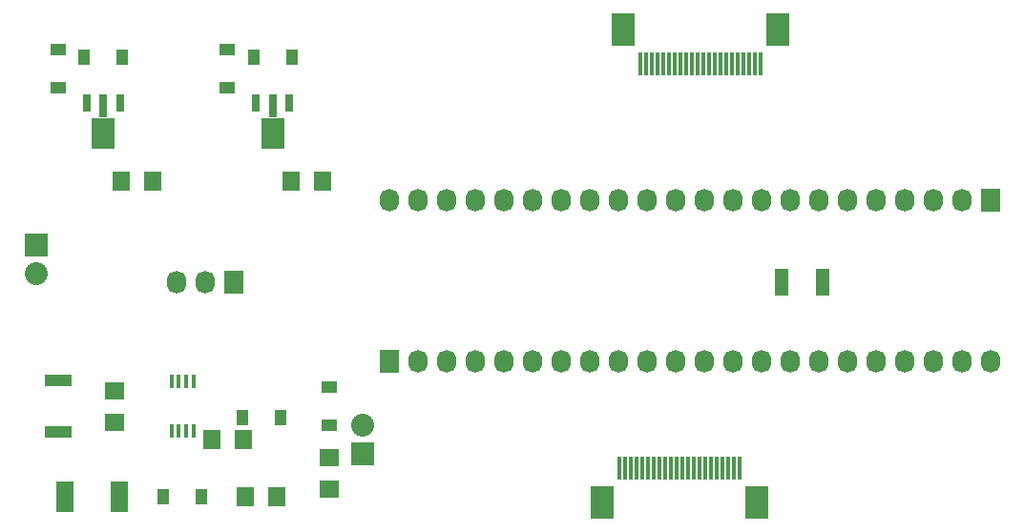
<source format=gts>
%FSLAX46Y46*%
G04 Gerber Fmt 4.6, Leading zero omitted, Abs format (unit mm)*
G04 Created by KiCad (PCBNEW (2014-09-02 BZR 5112)-product) date Fri 05 Sep 2014 18:15:05 BST*
%MOMM*%
G01*
G04 APERTURE LIST*
%ADD10C,0.100000*%
%ADD11R,1.803400X1.600200*%
%ADD12R,1.600200X1.803400*%
%ADD13R,1.501140X2.700020*%
%ADD14R,2.400300X1.000760*%
%ADD15R,2.032000X2.032000*%
%ADD16O,2.032000X2.032000*%
%ADD17R,1.727200X2.032000*%
%ADD18O,1.727200X2.032000*%
%ADD19R,1.000760X1.399540*%
%ADD20R,1.399540X1.000760*%
%ADD21R,0.406400X1.270000*%
%ADD22R,0.701040X1.600200*%
%ADD23R,0.701040X2.100580*%
%ADD24R,1.998980X2.750820*%
%ADD25R,1.198880X2.400300*%
%ADD26R,0.300000X2.000000*%
%ADD27R,2.000000X3.000000*%
G04 APERTURE END LIST*
D10*
D11*
X146000000Y-130603000D03*
X146000000Y-133397000D03*
D12*
X154603000Y-135000000D03*
X157397000Y-135000000D03*
X157603000Y-140000000D03*
X160397000Y-140000000D03*
D11*
X165000000Y-136603000D03*
X165000000Y-139397000D03*
D12*
X161603000Y-112000000D03*
X164397000Y-112000000D03*
X146603000Y-112000000D03*
X149397000Y-112000000D03*
D13*
X141599700Y-140000000D03*
X146400300Y-140000000D03*
D14*
X141000000Y-129698760D03*
X141000000Y-134301240D03*
D15*
X139000000Y-117730000D03*
D16*
X139000000Y-120270000D03*
D17*
X156540000Y-121000000D03*
D18*
X154000000Y-121000000D03*
X151460000Y-121000000D03*
D15*
X168000000Y-136270000D03*
D16*
X168000000Y-133730000D03*
D17*
X223670000Y-113700000D03*
D18*
X221130000Y-113700000D03*
X218590000Y-113700000D03*
X216050000Y-113700000D03*
X213510000Y-113700000D03*
X210970000Y-113700000D03*
X208430000Y-113700000D03*
X205890000Y-113700000D03*
X203350000Y-113700000D03*
X200810000Y-113700000D03*
X198270000Y-113700000D03*
X195730000Y-113700000D03*
X193190000Y-113700000D03*
X190650000Y-113700000D03*
X188110000Y-113700000D03*
X185570000Y-113700000D03*
X183030000Y-113700000D03*
X180490000Y-113700000D03*
X177950000Y-113700000D03*
X175410000Y-113700000D03*
X172870000Y-113700000D03*
X170330000Y-113700000D03*
D17*
X170330000Y-128000000D03*
D18*
X172870000Y-128000000D03*
X175410000Y-128000000D03*
X177950000Y-128000000D03*
X180490000Y-128000000D03*
X183030000Y-128000000D03*
X185570000Y-128000000D03*
X188110000Y-128000000D03*
X190650000Y-128000000D03*
X193190000Y-128000000D03*
X195730000Y-128000000D03*
X198270000Y-128000000D03*
X200810000Y-128000000D03*
X203350000Y-128000000D03*
X205890000Y-128000000D03*
X208430000Y-128000000D03*
X210970000Y-128000000D03*
X213510000Y-128000000D03*
X216050000Y-128000000D03*
X218590000Y-128000000D03*
X221130000Y-128000000D03*
X223670000Y-128000000D03*
D19*
X150300740Y-140000000D03*
X153699260Y-140000000D03*
X157300740Y-133000000D03*
X160699260Y-133000000D03*
D20*
X165000000Y-133699260D03*
X165000000Y-130300740D03*
X156000000Y-103699260D03*
X156000000Y-100300740D03*
D19*
X158300740Y-101000000D03*
X161699260Y-101000000D03*
D20*
X141000000Y-103699260D03*
X141000000Y-100300740D03*
D19*
X143300740Y-101000000D03*
X146699260Y-101000000D03*
D21*
X152977900Y-129777500D03*
X152330200Y-129777500D03*
X151669800Y-129777500D03*
X151022100Y-129777500D03*
X151022100Y-134222500D03*
X151669800Y-134222500D03*
X152330200Y-134222500D03*
X152977900Y-134222500D03*
D22*
X161501140Y-105100080D03*
D23*
X160000000Y-105349000D03*
D22*
X158498860Y-105100080D03*
D24*
X160000000Y-107749300D03*
D22*
X146501140Y-105100080D03*
D23*
X145000000Y-105349000D03*
D22*
X143498860Y-105100080D03*
D24*
X145000000Y-107749300D03*
D25*
X205199140Y-121000000D03*
X208800860Y-121000000D03*
D26*
X203296000Y-101600000D03*
X202788000Y-101600000D03*
X202280000Y-101600000D03*
X201772000Y-101600000D03*
X201264000Y-101600000D03*
X200756000Y-101600000D03*
X200248000Y-101600000D03*
X199740000Y-101600000D03*
X199232000Y-101600000D03*
X198724000Y-101600000D03*
X198216000Y-101600000D03*
X197708000Y-101600000D03*
X197200000Y-101600000D03*
X196692000Y-101600000D03*
X196184000Y-101600000D03*
X195676000Y-101600000D03*
X195168000Y-101600000D03*
X194660000Y-101600000D03*
X194152000Y-101600000D03*
X193644000Y-101600000D03*
X193136000Y-101600000D03*
X192628000Y-101600000D03*
D27*
X191104000Y-98552000D03*
X204820000Y-98552000D03*
D26*
X190804000Y-137500000D03*
X191312000Y-137500000D03*
X191820000Y-137500000D03*
X192328000Y-137500000D03*
X192836000Y-137500000D03*
X193344000Y-137500000D03*
X193852000Y-137500000D03*
X194360000Y-137500000D03*
X194868000Y-137500000D03*
X195376000Y-137500000D03*
X195884000Y-137500000D03*
X196392000Y-137500000D03*
X196900000Y-137500000D03*
X197408000Y-137500000D03*
X197916000Y-137500000D03*
X198424000Y-137500000D03*
X198932000Y-137500000D03*
X199440000Y-137500000D03*
X199948000Y-137500000D03*
X200456000Y-137500000D03*
X200964000Y-137500000D03*
X201472000Y-137500000D03*
D27*
X202996000Y-140548000D03*
X189280000Y-140548000D03*
M02*

</source>
